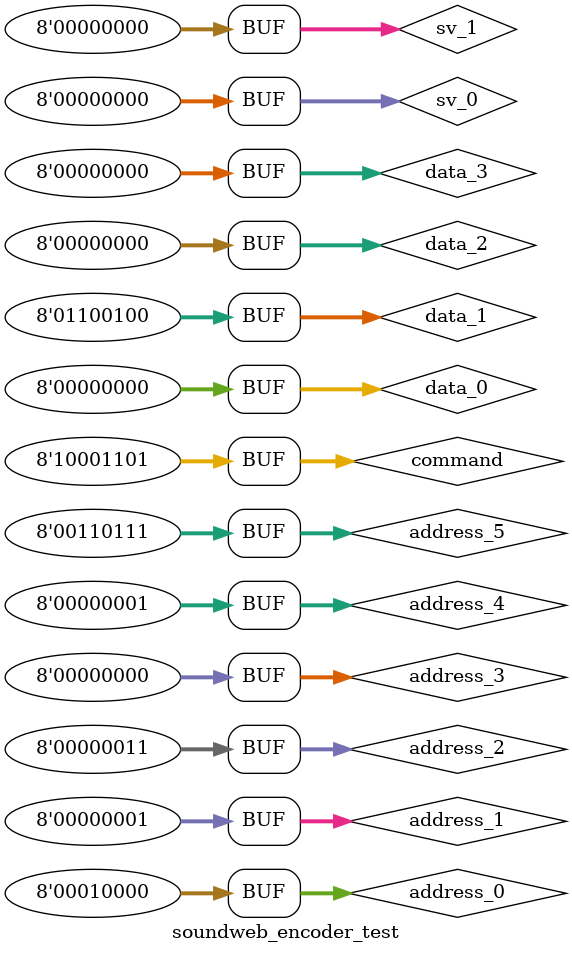
<source format=v>
module soundweb_encoder_test;
  reg [7:0] command;
  reg [7:0] address_0;
  reg [7:0] address_1;
  reg [7:0] address_2;
  reg [7:0] address_3;
  reg [7:0] address_4;
  reg [7:0] address_5;
  reg [7:0] sv_0;
  reg [7:0] sv_1;
  reg [7:0] data_0;
  reg [7:0] data_1;
  reg [7:0] data_2;
  reg [7:0] data_3;

  wire [7:0] packet_0;
  wire [7:0] packet_1;
  wire [7:0] packet_2;
  wire [7:0] packet_3;
  wire [7:0] packet_4;
  wire [7:0] packet_5;
  wire [7:0] packet_6;
  wire [7:0] packet_7;
  wire [7:0] packet_8;
  wire [7:0] packet_9;
  wire [7:0] packet_10;
  wire [7:0] packet_11;
  wire [7:0] packet_12;
  wire [7:0] packet_13;
  wire [7:0] packet_14;
  wire [7:0] packet_15;
  wire [7:0] packet_16;
  wire [7:0] packet_17;
  wire [7:0] packet_18;
  wire [7:0] packet_19;
  wire [7:0] packet_20;
  wire [7:0] packet_21;
  wire [7:0] packet_22;
  wire [7:0] packet_23;
  wire [7:0] packet_24;
  wire [7:0] packet_25;
  wire [7:0] packet_26;
  wire [7:0] packet_27;
  wire [7:0] packet_28;

  soundweb_encoder u0 (
    .command   (command),
    .address_0 (address_0),
    .address_1 (address_1),
    .address_2 (address_2),
    .address_3 (address_3),
    .address_4 (address_4),
    .address_5 (address_5),
    .sv_0      (sv_0),
    .sv_1      (sv_1),
    .data_0    (data_0),
    .data_1    (data_1),
    .data_2    (data_2),
    .data_3    (data_3),

    .packet_0  (packet_0),
    .packet_1  (packet_1),
    .packet_2  (packet_2),
    .packet_3  (packet_3),
    .packet_4  (packet_4),
    .packet_5  (packet_5),
    .packet_6  (packet_6),
    .packet_7  (packet_7),
    .packet_8  (packet_8),
    .packet_9  (packet_9),
    .packet_10 (packet_10),
    .packet_11 (packet_11),
    .packet_12 (packet_12),
    .packet_13 (packet_13),
    .packet_14 (packet_14),
    .packet_15 (packet_15),
    .packet_16 (packet_16),
    .packet_17 (packet_17),
    .packet_18 (packet_18),
    .packet_19 (packet_19),
    .packet_20 (packet_20),
    .packet_21 (packet_21),
    .packet_22 (packet_22),
    .packet_23 (packet_23),
    .packet_24 (packet_24),
    .packet_25 (packet_25),
    .packet_26 (packet_26),
    .packet_27 (packet_27),
    .packet_28 (packet_28)
  );

  initial
  begin
    #010 command   = 8'h8D;
    #020 address_0 = 8'h10;
    #030 address_1 = 8'h01;
    #040 address_2 = 8'h03;
    #050 address_3 = 8'h00;
    #060 address_4 = 8'h01;
    #070 address_5 = 8'h37;
    #080 sv_0      = 8'h00;
    #090 sv_1      = 8'h00;
    #100 data_0    = 8'h00;
    #110 data_1    = 8'h64;
    #120 data_2    = 8'h00;
    #130 data_3    = 8'h00;
  end

endmodule

</source>
